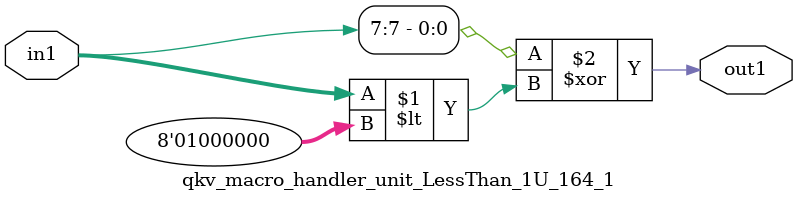
<source format=v>

`timescale 1ps / 1ps


module qkv_macro_handler_unit_LessThan_1U_164_1( in1, out1 );

    input [7:0] in1;
    output out1;

    
    // rtl_process:qkv_macro_handler_unit_LessThan_1U_164_1/qkv_macro_handler_unit_LessThan_1U_164_1_thread_1
    assign out1 = (in1[7] ^ in1 < 8'd064);

endmodule


</source>
